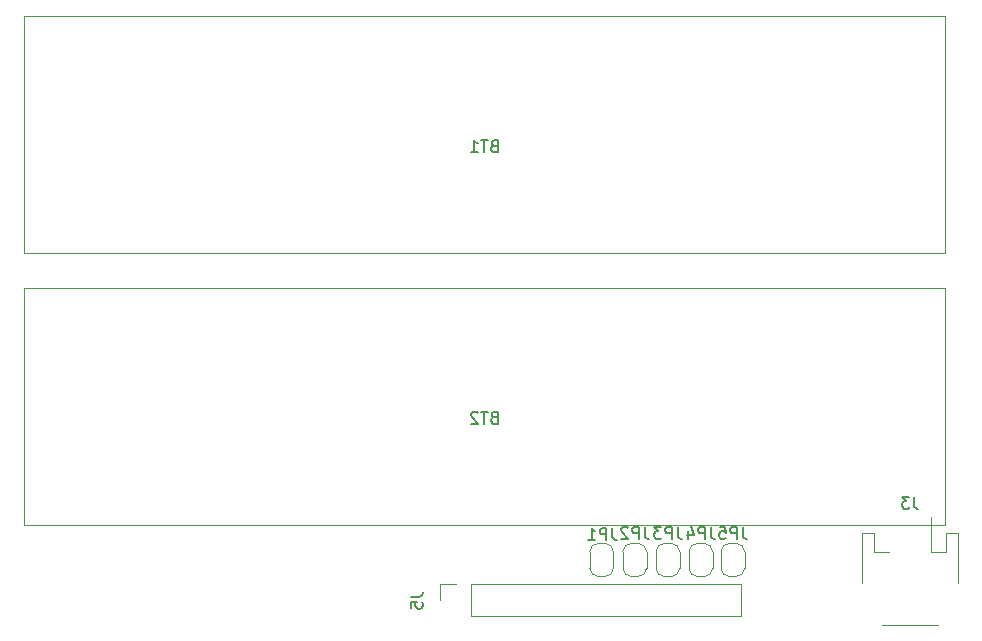
<source format=gbr>
G04 #@! TF.GenerationSoftware,KiCad,Pcbnew,(5.1.5-0-10_14)*
G04 #@! TF.CreationDate,2020-04-19T20:25:50+02:00*
G04 #@! TF.ProjectId,inuk-base,696e756b-2d62-4617-9365-2e6b69636164,rev?*
G04 #@! TF.SameCoordinates,Original*
G04 #@! TF.FileFunction,Legend,Bot*
G04 #@! TF.FilePolarity,Positive*
%FSLAX46Y46*%
G04 Gerber Fmt 4.6, Leading zero omitted, Abs format (unit mm)*
G04 Created by KiCad (PCBNEW (5.1.5-0-10_14)) date 2020-04-19 20:25:50*
%MOMM*%
%LPD*%
G04 APERTURE LIST*
%ADD10C,0.120000*%
%ADD11C,0.150000*%
G04 APERTURE END LIST*
D10*
X117740000Y-141060000D02*
X117740000Y-143720000D01*
X94820000Y-141060000D02*
X117740000Y-141060000D01*
X94820000Y-143720000D02*
X117740000Y-143720000D01*
X94820000Y-141060000D02*
X94820000Y-143720000D01*
X93550000Y-141060000D02*
X92220000Y-141060000D01*
X92220000Y-141060000D02*
X92220000Y-142390000D01*
X134340000Y-144510000D02*
X129660000Y-144510000D01*
X128960000Y-138290000D02*
X130240000Y-138290000D01*
X128960000Y-136690000D02*
X128960000Y-138290000D01*
X127940000Y-136690000D02*
X128960000Y-136690000D01*
X127940000Y-140940000D02*
X127940000Y-136690000D01*
X133760000Y-138290000D02*
X133760000Y-135400000D01*
X135040000Y-138290000D02*
X133760000Y-138290000D01*
X135040000Y-136690000D02*
X135040000Y-138290000D01*
X136060000Y-136690000D02*
X135040000Y-136690000D01*
X136060000Y-140940000D02*
X136060000Y-136690000D01*
X116000000Y-138300000D02*
X116000000Y-139700000D01*
X116700000Y-140400000D02*
X117300000Y-140400000D01*
X118000000Y-139700000D02*
X118000000Y-138300000D01*
X117300000Y-137600000D02*
X116700000Y-137600000D01*
X116700000Y-137600000D02*
G75*
G03X116000000Y-138300000I0J-700000D01*
G01*
X118000000Y-138300000D02*
G75*
G03X117300000Y-137600000I-700000J0D01*
G01*
X117300000Y-140400000D02*
G75*
G03X118000000Y-139700000I0J700000D01*
G01*
X116000000Y-139700000D02*
G75*
G03X116700000Y-140400000I700000J0D01*
G01*
X113300000Y-138300000D02*
X113300000Y-139700000D01*
X114000000Y-140400000D02*
X114600000Y-140400000D01*
X115300000Y-139700000D02*
X115300000Y-138300000D01*
X114600000Y-137600000D02*
X114000000Y-137600000D01*
X114000000Y-137600000D02*
G75*
G03X113300000Y-138300000I0J-700000D01*
G01*
X115300000Y-138300000D02*
G75*
G03X114600000Y-137600000I-700000J0D01*
G01*
X114600000Y-140400000D02*
G75*
G03X115300000Y-139700000I0J700000D01*
G01*
X113300000Y-139700000D02*
G75*
G03X114000000Y-140400000I700000J0D01*
G01*
X110500000Y-138300000D02*
X110500000Y-139700000D01*
X111200000Y-140400000D02*
X111800000Y-140400000D01*
X112500000Y-139700000D02*
X112500000Y-138300000D01*
X111800000Y-137600000D02*
X111200000Y-137600000D01*
X111200000Y-137600000D02*
G75*
G03X110500000Y-138300000I0J-700000D01*
G01*
X112500000Y-138300000D02*
G75*
G03X111800000Y-137600000I-700000J0D01*
G01*
X111800000Y-140400000D02*
G75*
G03X112500000Y-139700000I0J700000D01*
G01*
X110500000Y-139700000D02*
G75*
G03X111200000Y-140400000I700000J0D01*
G01*
X107700000Y-138300000D02*
X107700000Y-139700000D01*
X108400000Y-140400000D02*
X109000000Y-140400000D01*
X109700000Y-139700000D02*
X109700000Y-138300000D01*
X109000000Y-137600000D02*
X108400000Y-137600000D01*
X108400000Y-137600000D02*
G75*
G03X107700000Y-138300000I0J-700000D01*
G01*
X109700000Y-138300000D02*
G75*
G03X109000000Y-137600000I-700000J0D01*
G01*
X109000000Y-140400000D02*
G75*
G03X109700000Y-139700000I0J700000D01*
G01*
X107700000Y-139700000D02*
G75*
G03X108400000Y-140400000I700000J0D01*
G01*
X104900000Y-138300000D02*
X104900000Y-139700000D01*
X105600000Y-140400000D02*
X106200000Y-140400000D01*
X106900000Y-139700000D02*
X106900000Y-138300000D01*
X106200000Y-137600000D02*
X105600000Y-137600000D01*
X105600000Y-137600000D02*
G75*
G03X104900000Y-138300000I0J-700000D01*
G01*
X106900000Y-138300000D02*
G75*
G03X106200000Y-137600000I-700000J0D01*
G01*
X106200000Y-140400000D02*
G75*
G03X106900000Y-139700000I0J700000D01*
G01*
X104900000Y-139700000D02*
G75*
G03X105600000Y-140400000I700000J0D01*
G01*
X135000000Y-115950000D02*
X57000000Y-115950000D01*
X57000000Y-115950000D02*
X57000000Y-136050000D01*
X57000000Y-136050000D02*
X135000000Y-136050000D01*
X135000000Y-136050000D02*
X135000000Y-115950000D01*
X135000000Y-92950000D02*
X57000000Y-92950000D01*
X57000000Y-92950000D02*
X57000000Y-113050000D01*
X57000000Y-113050000D02*
X135000000Y-113050000D01*
X135000000Y-113050000D02*
X135000000Y-92950000D01*
D11*
X89752380Y-142116666D02*
X90466666Y-142116666D01*
X90609523Y-142069047D01*
X90704761Y-141973809D01*
X90752380Y-141830952D01*
X90752380Y-141735714D01*
X89752380Y-143069047D02*
X89752380Y-142592857D01*
X90228571Y-142545238D01*
X90180952Y-142592857D01*
X90133333Y-142688095D01*
X90133333Y-142926190D01*
X90180952Y-143021428D01*
X90228571Y-143069047D01*
X90323809Y-143116666D01*
X90561904Y-143116666D01*
X90657142Y-143069047D01*
X90704761Y-143021428D01*
X90752380Y-142926190D01*
X90752380Y-142688095D01*
X90704761Y-142592857D01*
X90657142Y-142545238D01*
X132333333Y-133652380D02*
X132333333Y-134366666D01*
X132380952Y-134509523D01*
X132476190Y-134604761D01*
X132619047Y-134652380D01*
X132714285Y-134652380D01*
X131952380Y-133652380D02*
X131333333Y-133652380D01*
X131666666Y-134033333D01*
X131523809Y-134033333D01*
X131428571Y-134080952D01*
X131380952Y-134128571D01*
X131333333Y-134223809D01*
X131333333Y-134461904D01*
X131380952Y-134557142D01*
X131428571Y-134604761D01*
X131523809Y-134652380D01*
X131809523Y-134652380D01*
X131904761Y-134604761D01*
X131952380Y-134557142D01*
X117833333Y-136202380D02*
X117833333Y-136916666D01*
X117880952Y-137059523D01*
X117976190Y-137154761D01*
X118119047Y-137202380D01*
X118214285Y-137202380D01*
X117357142Y-137202380D02*
X117357142Y-136202380D01*
X116976190Y-136202380D01*
X116880952Y-136250000D01*
X116833333Y-136297619D01*
X116785714Y-136392857D01*
X116785714Y-136535714D01*
X116833333Y-136630952D01*
X116880952Y-136678571D01*
X116976190Y-136726190D01*
X117357142Y-136726190D01*
X115880952Y-136202380D02*
X116357142Y-136202380D01*
X116404761Y-136678571D01*
X116357142Y-136630952D01*
X116261904Y-136583333D01*
X116023809Y-136583333D01*
X115928571Y-136630952D01*
X115880952Y-136678571D01*
X115833333Y-136773809D01*
X115833333Y-137011904D01*
X115880952Y-137107142D01*
X115928571Y-137154761D01*
X116023809Y-137202380D01*
X116261904Y-137202380D01*
X116357142Y-137154761D01*
X116404761Y-137107142D01*
X115133333Y-136202380D02*
X115133333Y-136916666D01*
X115180952Y-137059523D01*
X115276190Y-137154761D01*
X115419047Y-137202380D01*
X115514285Y-137202380D01*
X114657142Y-137202380D02*
X114657142Y-136202380D01*
X114276190Y-136202380D01*
X114180952Y-136250000D01*
X114133333Y-136297619D01*
X114085714Y-136392857D01*
X114085714Y-136535714D01*
X114133333Y-136630952D01*
X114180952Y-136678571D01*
X114276190Y-136726190D01*
X114657142Y-136726190D01*
X113228571Y-136535714D02*
X113228571Y-137202380D01*
X113466666Y-136154761D02*
X113704761Y-136869047D01*
X113085714Y-136869047D01*
X112333333Y-136202380D02*
X112333333Y-136916666D01*
X112380952Y-137059523D01*
X112476190Y-137154761D01*
X112619047Y-137202380D01*
X112714285Y-137202380D01*
X111857142Y-137202380D02*
X111857142Y-136202380D01*
X111476190Y-136202380D01*
X111380952Y-136250000D01*
X111333333Y-136297619D01*
X111285714Y-136392857D01*
X111285714Y-136535714D01*
X111333333Y-136630952D01*
X111380952Y-136678571D01*
X111476190Y-136726190D01*
X111857142Y-136726190D01*
X110952380Y-136202380D02*
X110333333Y-136202380D01*
X110666666Y-136583333D01*
X110523809Y-136583333D01*
X110428571Y-136630952D01*
X110380952Y-136678571D01*
X110333333Y-136773809D01*
X110333333Y-137011904D01*
X110380952Y-137107142D01*
X110428571Y-137154761D01*
X110523809Y-137202380D01*
X110809523Y-137202380D01*
X110904761Y-137154761D01*
X110952380Y-137107142D01*
X109533333Y-136202380D02*
X109533333Y-136916666D01*
X109580952Y-137059523D01*
X109676190Y-137154761D01*
X109819047Y-137202380D01*
X109914285Y-137202380D01*
X109057142Y-137202380D02*
X109057142Y-136202380D01*
X108676190Y-136202380D01*
X108580952Y-136250000D01*
X108533333Y-136297619D01*
X108485714Y-136392857D01*
X108485714Y-136535714D01*
X108533333Y-136630952D01*
X108580952Y-136678571D01*
X108676190Y-136726190D01*
X109057142Y-136726190D01*
X108104761Y-136297619D02*
X108057142Y-136250000D01*
X107961904Y-136202380D01*
X107723809Y-136202380D01*
X107628571Y-136250000D01*
X107580952Y-136297619D01*
X107533333Y-136392857D01*
X107533333Y-136488095D01*
X107580952Y-136630952D01*
X108152380Y-137202380D01*
X107533333Y-137202380D01*
X106783333Y-136302380D02*
X106783333Y-137016666D01*
X106830952Y-137159523D01*
X106926190Y-137254761D01*
X107069047Y-137302380D01*
X107164285Y-137302380D01*
X106307142Y-137302380D02*
X106307142Y-136302380D01*
X105926190Y-136302380D01*
X105830952Y-136350000D01*
X105783333Y-136397619D01*
X105735714Y-136492857D01*
X105735714Y-136635714D01*
X105783333Y-136730952D01*
X105830952Y-136778571D01*
X105926190Y-136826190D01*
X106307142Y-136826190D01*
X104783333Y-137302380D02*
X105354761Y-137302380D01*
X105069047Y-137302380D02*
X105069047Y-136302380D01*
X105164285Y-136445238D01*
X105259523Y-136540476D01*
X105354761Y-136588095D01*
X96785714Y-126928571D02*
X96642857Y-126976190D01*
X96595238Y-127023809D01*
X96547619Y-127119047D01*
X96547619Y-127261904D01*
X96595238Y-127357142D01*
X96642857Y-127404761D01*
X96738095Y-127452380D01*
X97119047Y-127452380D01*
X97119047Y-126452380D01*
X96785714Y-126452380D01*
X96690476Y-126500000D01*
X96642857Y-126547619D01*
X96595238Y-126642857D01*
X96595238Y-126738095D01*
X96642857Y-126833333D01*
X96690476Y-126880952D01*
X96785714Y-126928571D01*
X97119047Y-126928571D01*
X96261904Y-126452380D02*
X95690476Y-126452380D01*
X95976190Y-127452380D02*
X95976190Y-126452380D01*
X95404761Y-126547619D02*
X95357142Y-126500000D01*
X95261904Y-126452380D01*
X95023809Y-126452380D01*
X94928571Y-126500000D01*
X94880952Y-126547619D01*
X94833333Y-126642857D01*
X94833333Y-126738095D01*
X94880952Y-126880952D01*
X95452380Y-127452380D01*
X94833333Y-127452380D01*
X96785714Y-103928571D02*
X96642857Y-103976190D01*
X96595238Y-104023809D01*
X96547619Y-104119047D01*
X96547619Y-104261904D01*
X96595238Y-104357142D01*
X96642857Y-104404761D01*
X96738095Y-104452380D01*
X97119047Y-104452380D01*
X97119047Y-103452380D01*
X96785714Y-103452380D01*
X96690476Y-103500000D01*
X96642857Y-103547619D01*
X96595238Y-103642857D01*
X96595238Y-103738095D01*
X96642857Y-103833333D01*
X96690476Y-103880952D01*
X96785714Y-103928571D01*
X97119047Y-103928571D01*
X96261904Y-103452380D02*
X95690476Y-103452380D01*
X95976190Y-104452380D02*
X95976190Y-103452380D01*
X94833333Y-104452380D02*
X95404761Y-104452380D01*
X95119047Y-104452380D02*
X95119047Y-103452380D01*
X95214285Y-103595238D01*
X95309523Y-103690476D01*
X95404761Y-103738095D01*
M02*

</source>
